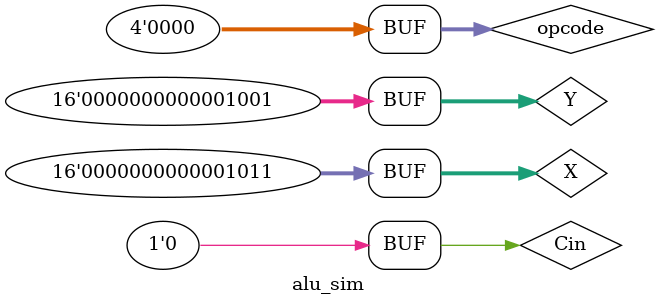
<source format=v>
`timescale 1ns / 1ps


module alu_sim;

reg[3:0] opcode;
reg[15:0] X,Y;
reg Cin;
wire[15:0] out;
wire Cout, lt, eq, gt, V;

alu uut (x,y,out,Cin,Cout,lt,eq,gt,V,opcode);

initial 
begin
//Add 5+5 = 10
X = 4'b0101;
Y = 4'b0101;
Cin=0;
opcode = 4'b0010;
//Subtract 3-8 = -5
#3 X = 4'b0011;
#3 Y = 4'b1000;
#3 Cin = 0;
#3 opcode = 4'b0110;
//AND 1011 AND 1001 = 1001
#3 X = 4'b1011;
#3 Y = 4'b1001;
#3 Cin = 0;
#3 opcode = 4'b0000;

end
endmodule

</source>
